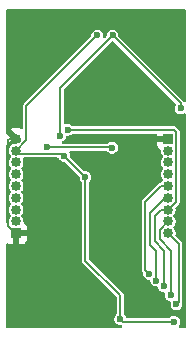
<source format=gbr>
%TF.GenerationSoftware,KiCad,Pcbnew,9.0.2*%
%TF.CreationDate,2025-07-02T09:28:49-04:00*%
%TF.ProjectId,strain-gauge,73747261-696e-42d6-9761-7567652e6b69,rev?*%
%TF.SameCoordinates,Original*%
%TF.FileFunction,Copper,L2,Bot*%
%TF.FilePolarity,Positive*%
%FSLAX46Y46*%
G04 Gerber Fmt 4.6, Leading zero omitted, Abs format (unit mm)*
G04 Created by KiCad (PCBNEW 9.0.2) date 2025-07-02 09:28:49*
%MOMM*%
%LPD*%
G01*
G04 APERTURE LIST*
%TA.AperFunction,ComponentPad*%
%ADD10R,0.850000X0.850000*%
%TD*%
%TA.AperFunction,ComponentPad*%
%ADD11C,0.850000*%
%TD*%
%TA.AperFunction,ViaPad*%
%ADD12C,0.600000*%
%TD*%
%TA.AperFunction,Conductor*%
%ADD13C,0.200000*%
%TD*%
G04 APERTURE END LIST*
D10*
%TO.P,J2,1,Pin_1*%
%TO.N,GND*%
X98500000Y-123750000D03*
D11*
%TO.P,J2,2,Pin_2*%
%TO.N,+5V*%
X98500000Y-124750000D03*
%TO.P,J2,3,Pin_3*%
%TO.N,/ADC/RVS*%
X98500000Y-125750000D03*
%TO.P,J2,4,Pin_4*%
%TO.N,/ADC/SDO-1*%
X98500000Y-126750000D03*
%TO.P,J2,5,Pin_5*%
%TO.N,/ADC/SDO-0*%
X98500000Y-127750000D03*
%TO.P,J2,6,Pin_6*%
%TO.N,/ADC/SCLK*%
X98500000Y-128750000D03*
%TO.P,J2,7,Pin_7*%
%TO.N,/ADC/~{CS}*%
X98500000Y-129750000D03*
%TO.P,J2,8,Pin_8*%
%TO.N,/ADC/SDI*%
X98500000Y-130750000D03*
%TO.P,J2,9,Pin_9*%
%TO.N,/ADC/~{RST}*%
X98500000Y-131750000D03*
%TD*%
D10*
%TO.P,J1,1,Pin_1*%
%TO.N,GND*%
X85625000Y-131750000D03*
D11*
%TO.P,J1,2,Pin_2*%
%TO.N,/Multiplexer/A_IN_N1*%
X85625000Y-130750000D03*
%TO.P,J1,3,Pin_3*%
%TO.N,/Multiplexer/A_IN_P1*%
X85625000Y-129750000D03*
%TO.P,J1,4,Pin_4*%
%TO.N,/Multiplexer/A_IN_N3*%
X85625000Y-128750000D03*
%TO.P,J1,5,Pin_5*%
%TO.N,/Multiplexer/A_IN_P3*%
X85625000Y-127750000D03*
%TO.P,J1,6,Pin_6*%
%TO.N,/Multiplexer/A_IN_N2*%
X85625000Y-126750000D03*
%TO.P,J1,7,Pin_7*%
%TO.N,/Multiplexer/A_IN_P2*%
X85625000Y-125750000D03*
%TO.P,J1,8,Pin_8*%
%TO.N,+3.3V*%
X85625000Y-124750000D03*
%TO.P,J1,9,Pin_9*%
%TO.N,GND*%
X85625000Y-123750000D03*
%TD*%
D12*
%TO.N,GND*%
X98750000Y-115250000D03*
X85050000Y-139000000D03*
X85250000Y-135500000D03*
X88750000Y-139250000D03*
X85250000Y-134000000D03*
X94000000Y-118750000D03*
X89750000Y-128750000D03*
X91000000Y-134500000D03*
X96750000Y-126250000D03*
X98250000Y-122250000D03*
X96750000Y-127750000D03*
X94500000Y-123750000D03*
X99700000Y-119850000D03*
X97000000Y-123750000D03*
X91000000Y-136000000D03*
%TO.N,+3.3V*%
X89684091Y-125184091D03*
X94446464Y-139000000D03*
X91500000Y-127000000D03*
X92500000Y-115000000D03*
X99000000Y-139250000D03*
%TO.N,/ADC/SDI*%
X98750000Y-137000000D03*
%TO.N,/ADC/~{CS}*%
X98150000Y-136250000D03*
X89980000Y-123000000D03*
%TO.N,/ADC/~{RST}*%
X99200000Y-137750000D03*
%TO.N,/ADC/SDO-0*%
X96900000Y-135184313D03*
%TO.N,/ADC/SCLK*%
X97500000Y-135750000D03*
%TO.N,/Counter/SEL1*%
X99550000Y-121150000D03*
X89344999Y-123500000D03*
X93790000Y-115000000D03*
%TO.N,Net-(U3-1D)*%
X93750000Y-124500000D03*
X88250000Y-124474000D03*
%TD*%
D13*
%TO.N,GND*%
X85500000Y-131750000D02*
X85625000Y-131750000D01*
X84899000Y-123874960D02*
X84899000Y-131149000D01*
X84899000Y-131149000D02*
X85500000Y-131750000D01*
X85625000Y-123750000D02*
X85023960Y-123750000D01*
X85023960Y-123750000D02*
X84899000Y-123874960D01*
%TO.N,+3.3V*%
X91500000Y-134053536D02*
X91500000Y-127000000D01*
X94446464Y-137000000D02*
X91500000Y-134053536D01*
X94696464Y-139250000D02*
X99000000Y-139250000D01*
X94446464Y-139000000D02*
X94696464Y-139250000D01*
X91500000Y-127000000D02*
X89524000Y-125024000D01*
X92500000Y-115000000D02*
X86500000Y-121000000D01*
X89524000Y-125024000D02*
X85899000Y-125024000D01*
X86500000Y-121000000D02*
X86500000Y-123875000D01*
X94446464Y-139000000D02*
X94446464Y-137000000D01*
X85899000Y-125024000D02*
X85625000Y-124750000D01*
X86500000Y-123875000D02*
X85625000Y-124750000D01*
%TO.N,/ADC/SDI*%
X98750000Y-133250000D02*
X97774000Y-132274000D01*
X97774000Y-131449280D02*
X98473280Y-130750000D01*
X97774000Y-132274000D02*
X97774000Y-131449280D01*
X98473280Y-130750000D02*
X98500000Y-130750000D01*
X98750000Y-137000000D02*
X98750000Y-133250000D01*
%TO.N,/ADC/~{CS}*%
X97898960Y-129750000D02*
X98500000Y-129750000D01*
X97373000Y-132440100D02*
X97373000Y-130275960D01*
X99176000Y-129074000D02*
X98500000Y-129750000D01*
X99000000Y-123000000D02*
X99176000Y-123176000D01*
X98150000Y-133217100D02*
X97373000Y-132440100D01*
X98150000Y-136250000D02*
X98150000Y-133217100D01*
X99176000Y-123176000D02*
X99176000Y-129074000D01*
X97373000Y-130275960D02*
X97898960Y-129750000D01*
X89980000Y-123000000D02*
X99000000Y-123000000D01*
%TO.N,/ADC/~{RST}*%
X99200000Y-137750000D02*
X99399000Y-137551000D01*
X99399000Y-137551000D02*
X99399000Y-132649000D01*
X99399000Y-132649000D02*
X98500000Y-131750000D01*
%TO.N,/ADC/SDO-0*%
X97898960Y-127750000D02*
X98500000Y-127750000D01*
X96571000Y-129077960D02*
X97898960Y-127750000D01*
X96571000Y-134855313D02*
X96571000Y-129077960D01*
X96900000Y-135184313D02*
X96571000Y-134855313D01*
%TO.N,/ADC/SCLK*%
X97500000Y-135750000D02*
X97500000Y-133250000D01*
X96972000Y-130028000D02*
X98250000Y-128750000D01*
X96972000Y-132722000D02*
X96972000Y-130028000D01*
X98250000Y-128750000D02*
X98500000Y-128750000D01*
X97500000Y-133250000D02*
X96972000Y-132722000D01*
%TO.N,/Counter/SEL1*%
X93790000Y-115000000D02*
X99550000Y-120760000D01*
X99550000Y-120760000D02*
X99550000Y-121150000D01*
X89344999Y-119445001D02*
X89344999Y-123500000D01*
X93790000Y-115000000D02*
X89344999Y-119445001D01*
%TO.N,Net-(U3-1D)*%
X93724000Y-124474000D02*
X93750000Y-124500000D01*
X88250000Y-124474000D02*
X93724000Y-124474000D01*
%TD*%
%TA.AperFunction,Conductor*%
%TO.N,GND*%
G36*
X89182676Y-125344185D02*
G01*
X89223023Y-125386499D01*
X89283591Y-125491405D01*
X89376777Y-125584591D01*
X89490905Y-125650483D01*
X89618199Y-125684591D01*
X89618201Y-125684591D01*
X89708258Y-125684591D01*
X89775297Y-125704276D01*
X89795939Y-125720910D01*
X90963181Y-126888152D01*
X90996666Y-126949475D01*
X90999500Y-126975833D01*
X90999500Y-127065891D01*
X91033608Y-127193187D01*
X91058245Y-127235858D01*
X91099500Y-127307314D01*
X91099502Y-127307316D01*
X91163181Y-127370995D01*
X91196666Y-127432318D01*
X91199500Y-127458676D01*
X91199500Y-134093098D01*
X91213152Y-134144049D01*
X91219979Y-134169526D01*
X91219982Y-134169531D01*
X91259535Y-134238040D01*
X91259541Y-134238048D01*
X94109645Y-137088152D01*
X94143130Y-137149475D01*
X94145964Y-137175833D01*
X94145964Y-138541323D01*
X94126279Y-138608362D01*
X94109646Y-138629004D01*
X94045964Y-138692686D01*
X93980072Y-138806812D01*
X93945964Y-138934108D01*
X93945964Y-139065891D01*
X93980072Y-139193187D01*
X94013018Y-139250250D01*
X94045964Y-139307314D01*
X94139150Y-139400500D01*
X94253278Y-139466392D01*
X94380572Y-139500500D01*
X94380574Y-139500500D01*
X94496117Y-139500500D01*
X94511606Y-139504650D01*
X94525353Y-139503996D01*
X94558118Y-139517114D01*
X94559850Y-139518114D01*
X94608065Y-139568681D01*
X94621287Y-139637289D01*
X94595319Y-139702153D01*
X94538404Y-139742681D01*
X94497849Y-139749500D01*
X84874500Y-139749500D01*
X84807461Y-139729815D01*
X84761706Y-139677011D01*
X84750500Y-139625500D01*
X84750500Y-132710807D01*
X84770185Y-132643768D01*
X84822989Y-132598013D01*
X84892147Y-132588069D01*
X84948814Y-132611542D01*
X84957913Y-132618354D01*
X85092620Y-132668596D01*
X85092627Y-132668598D01*
X85152155Y-132674999D01*
X85152172Y-132675000D01*
X85375000Y-132675000D01*
X85875000Y-132675000D01*
X86097828Y-132675000D01*
X86097844Y-132674999D01*
X86157372Y-132668598D01*
X86157379Y-132668596D01*
X86292086Y-132618354D01*
X86292093Y-132618350D01*
X86407187Y-132532190D01*
X86407190Y-132532187D01*
X86493350Y-132417093D01*
X86493354Y-132417086D01*
X86543596Y-132282379D01*
X86543598Y-132282372D01*
X86549999Y-132222844D01*
X86550000Y-132222827D01*
X86550000Y-132000000D01*
X85875000Y-132000000D01*
X85875000Y-132675000D01*
X85375000Y-132675000D01*
X85375000Y-131874000D01*
X85387761Y-131830538D01*
X85413060Y-131891614D01*
X85483386Y-131961940D01*
X85575272Y-132000000D01*
X85674728Y-132000000D01*
X85766614Y-131961940D01*
X85836940Y-131891614D01*
X85875000Y-131799728D01*
X85875000Y-131700272D01*
X85836940Y-131608386D01*
X85766614Y-131538060D01*
X85700303Y-131510593D01*
X85749000Y-131500000D01*
X86550000Y-131500000D01*
X86550000Y-131277172D01*
X86549999Y-131277155D01*
X86543598Y-131217627D01*
X86543596Y-131217620D01*
X86493354Y-131082913D01*
X86493350Y-131082906D01*
X86407190Y-130967812D01*
X86300188Y-130887709D01*
X86258318Y-130831775D01*
X86250500Y-130788443D01*
X86250500Y-130688393D01*
X86250499Y-130688389D01*
X86226464Y-130567555D01*
X86226463Y-130567548D01*
X86179311Y-130453714D01*
X86179310Y-130453713D01*
X86179307Y-130453707D01*
X86110858Y-130351267D01*
X86110855Y-130351263D01*
X86097273Y-130337681D01*
X86063788Y-130276358D01*
X86068772Y-130206666D01*
X86097273Y-130162319D01*
X86110855Y-130148736D01*
X86110858Y-130148733D01*
X86179311Y-130046286D01*
X86226463Y-129932452D01*
X86250500Y-129811606D01*
X86250500Y-129688394D01*
X86226463Y-129567548D01*
X86179311Y-129453714D01*
X86179310Y-129453713D01*
X86179307Y-129453707D01*
X86110858Y-129351267D01*
X86110855Y-129351263D01*
X86097273Y-129337681D01*
X86063788Y-129276358D01*
X86068772Y-129206666D01*
X86097273Y-129162319D01*
X86110855Y-129148736D01*
X86110858Y-129148733D01*
X86179311Y-129046286D01*
X86226463Y-128932452D01*
X86250500Y-128811606D01*
X86250500Y-128688394D01*
X86226463Y-128567548D01*
X86179311Y-128453714D01*
X86179310Y-128453713D01*
X86179307Y-128453707D01*
X86110858Y-128351267D01*
X86110855Y-128351263D01*
X86097273Y-128337681D01*
X86063788Y-128276358D01*
X86068772Y-128206666D01*
X86097273Y-128162319D01*
X86110855Y-128148736D01*
X86110858Y-128148733D01*
X86179311Y-128046286D01*
X86226463Y-127932452D01*
X86250500Y-127811606D01*
X86250500Y-127688394D01*
X86226463Y-127567548D01*
X86179311Y-127453714D01*
X86179310Y-127453713D01*
X86179307Y-127453707D01*
X86110858Y-127351267D01*
X86110855Y-127351263D01*
X86097273Y-127337681D01*
X86063788Y-127276358D01*
X86068772Y-127206666D01*
X86097273Y-127162319D01*
X86110855Y-127148736D01*
X86110858Y-127148733D01*
X86179311Y-127046286D01*
X86226463Y-126932452D01*
X86250500Y-126811606D01*
X86250500Y-126688394D01*
X86226463Y-126567548D01*
X86179311Y-126453714D01*
X86179310Y-126453713D01*
X86179307Y-126453707D01*
X86110858Y-126351267D01*
X86110855Y-126351263D01*
X86097273Y-126337681D01*
X86063788Y-126276358D01*
X86068772Y-126206666D01*
X86097273Y-126162319D01*
X86110855Y-126148736D01*
X86110858Y-126148733D01*
X86179311Y-126046286D01*
X86226463Y-125932452D01*
X86250500Y-125811606D01*
X86250500Y-125688394D01*
X86226463Y-125567548D01*
X86196806Y-125495952D01*
X86189338Y-125426484D01*
X86220613Y-125364004D01*
X86280702Y-125328352D01*
X86311368Y-125324500D01*
X89115637Y-125324500D01*
X89182676Y-125344185D01*
G37*
%TD.AperFunction*%
%TA.AperFunction,Conductor*%
G36*
X93881206Y-115520185D02*
G01*
X93901848Y-115536819D01*
X99103527Y-120738498D01*
X99137012Y-120799821D01*
X99132028Y-120869513D01*
X99123234Y-120888178D01*
X99083608Y-120956812D01*
X99049500Y-121084108D01*
X99049500Y-121215891D01*
X99083608Y-121343187D01*
X99116554Y-121400250D01*
X99149500Y-121457314D01*
X99242686Y-121550500D01*
X99356814Y-121616392D01*
X99484108Y-121650500D01*
X99484110Y-121650500D01*
X99615890Y-121650500D01*
X99615892Y-121650500D01*
X99743186Y-121616392D01*
X99813500Y-121575795D01*
X99881399Y-121559323D01*
X99947426Y-121582175D01*
X99990617Y-121637096D01*
X99999500Y-121683183D01*
X99999500Y-139625500D01*
X99979815Y-139692539D01*
X99927011Y-139738294D01*
X99875500Y-139749500D01*
X99504315Y-139749500D01*
X99437276Y-139729815D01*
X99391521Y-139677011D01*
X99381577Y-139607853D01*
X99396928Y-139563499D01*
X99400497Y-139557316D01*
X99400500Y-139557314D01*
X99466392Y-139443186D01*
X99500500Y-139315892D01*
X99500500Y-139184108D01*
X99466392Y-139056814D01*
X99400500Y-138942686D01*
X99307314Y-138849500D01*
X99233380Y-138806814D01*
X99193187Y-138783608D01*
X99129539Y-138766554D01*
X99065892Y-138749500D01*
X98934108Y-138749500D01*
X98806812Y-138783608D01*
X98692686Y-138849500D01*
X98692683Y-138849502D01*
X98629005Y-138913181D01*
X98567682Y-138946666D01*
X98541324Y-138949500D01*
X95046237Y-138949500D01*
X94979198Y-138929815D01*
X94933443Y-138877011D01*
X94926462Y-138857594D01*
X94924294Y-138849502D01*
X94912856Y-138806814D01*
X94846964Y-138692686D01*
X94783282Y-138629004D01*
X94749798Y-138567680D01*
X94746964Y-138541323D01*
X94746964Y-136960439D01*
X94746964Y-136960438D01*
X94726485Y-136884011D01*
X94726481Y-136884004D01*
X94686928Y-136815495D01*
X94686922Y-136815487D01*
X91836819Y-133965384D01*
X91803334Y-133904061D01*
X91800500Y-133877703D01*
X91800500Y-127458676D01*
X91820185Y-127391637D01*
X91836819Y-127370995D01*
X91856551Y-127351263D01*
X91900500Y-127307314D01*
X91966392Y-127193186D01*
X92000500Y-127065892D01*
X92000500Y-126934108D01*
X91966392Y-126806814D01*
X91900500Y-126692686D01*
X91807314Y-126599500D01*
X91750250Y-126566554D01*
X91693187Y-126533608D01*
X91629539Y-126516554D01*
X91565892Y-126499500D01*
X91475833Y-126499500D01*
X91408794Y-126479815D01*
X91388152Y-126463181D01*
X90220910Y-125295939D01*
X90187425Y-125234616D01*
X90184591Y-125208258D01*
X90184591Y-125118201D01*
X90184591Y-125118199D01*
X90150483Y-124990905D01*
X90132928Y-124960500D01*
X90116456Y-124892601D01*
X90139308Y-124826573D01*
X90194229Y-124783383D01*
X90240316Y-124774500D01*
X93265324Y-124774500D01*
X93332363Y-124794185D01*
X93353005Y-124810819D01*
X93442686Y-124900500D01*
X93541521Y-124957563D01*
X93546610Y-124960501D01*
X93556814Y-124966392D01*
X93684108Y-125000500D01*
X93684110Y-125000500D01*
X93815890Y-125000500D01*
X93815892Y-125000500D01*
X93943186Y-124966392D01*
X94057314Y-124900500D01*
X94150500Y-124807314D01*
X94216392Y-124693186D01*
X94250500Y-124565892D01*
X94250500Y-124434108D01*
X94216392Y-124306814D01*
X94150500Y-124192686D01*
X94057314Y-124099500D01*
X93988048Y-124059509D01*
X93943187Y-124033608D01*
X93846155Y-124007609D01*
X93815892Y-123999500D01*
X93684108Y-123999500D01*
X93556812Y-124033608D01*
X93442686Y-124099500D01*
X93442683Y-124099502D01*
X93405005Y-124137181D01*
X93343682Y-124170666D01*
X93317324Y-124173500D01*
X89642238Y-124173500D01*
X89575199Y-124153815D01*
X89529444Y-124101011D01*
X89519500Y-124031853D01*
X89548525Y-123968297D01*
X89580237Y-123942113D01*
X89652313Y-123900500D01*
X89745499Y-123807314D01*
X89811391Y-123693186D01*
X89838394Y-123592405D01*
X89874759Y-123532746D01*
X89937606Y-123502217D01*
X89958169Y-123500500D01*
X90045890Y-123500500D01*
X90045892Y-123500500D01*
X90173186Y-123466392D01*
X90287314Y-123400500D01*
X90350995Y-123336819D01*
X90412318Y-123303334D01*
X90438676Y-123300500D01*
X97451000Y-123300500D01*
X97518039Y-123320185D01*
X97563794Y-123372989D01*
X97575000Y-123424500D01*
X97575000Y-123500000D01*
X98250000Y-123500000D01*
X98250000Y-123424500D01*
X98269685Y-123357461D01*
X98322489Y-123311706D01*
X98374000Y-123300500D01*
X98626000Y-123300500D01*
X98693039Y-123320185D01*
X98730959Y-123358473D01*
X98856459Y-123557973D01*
X98858761Y-123566103D01*
X98864294Y-123572489D01*
X98875500Y-123624000D01*
X98875500Y-123876000D01*
X98855815Y-123943039D01*
X98803011Y-123988794D01*
X98751500Y-124000000D01*
X98549728Y-124000000D01*
X98641614Y-123961940D01*
X98711940Y-123891614D01*
X98750000Y-123799728D01*
X98750000Y-123700272D01*
X98711940Y-123608386D01*
X98641614Y-123538060D01*
X98549728Y-123500000D01*
X98450272Y-123500000D01*
X98358386Y-123538060D01*
X98288060Y-123608386D01*
X98250000Y-123700272D01*
X98250000Y-123799728D01*
X98288060Y-123891614D01*
X98358386Y-123961940D01*
X98450272Y-124000000D01*
X97575000Y-124000000D01*
X97575000Y-124222844D01*
X97581401Y-124282372D01*
X97581403Y-124282379D01*
X97631645Y-124417086D01*
X97631649Y-124417093D01*
X97717809Y-124532187D01*
X97717812Y-124532190D01*
X97824811Y-124612290D01*
X97866682Y-124668223D01*
X97874500Y-124711556D01*
X97874500Y-124811610D01*
X97898535Y-124932444D01*
X97898538Y-124932454D01*
X97945687Y-125046283D01*
X97945692Y-125046292D01*
X98014141Y-125148732D01*
X98014144Y-125148736D01*
X98027727Y-125162319D01*
X98061212Y-125223642D01*
X98056228Y-125293334D01*
X98027727Y-125337681D01*
X98014144Y-125351263D01*
X98014141Y-125351267D01*
X97945692Y-125453707D01*
X97945687Y-125453716D01*
X97898538Y-125567545D01*
X97898535Y-125567555D01*
X97874500Y-125688389D01*
X97874500Y-125811610D01*
X97898535Y-125932444D01*
X97898538Y-125932454D01*
X97945687Y-126046283D01*
X97945692Y-126046292D01*
X98014141Y-126148732D01*
X98014144Y-126148736D01*
X98027727Y-126162319D01*
X98061212Y-126223642D01*
X98056228Y-126293334D01*
X98027727Y-126337681D01*
X98014144Y-126351263D01*
X98014141Y-126351267D01*
X97945692Y-126453707D01*
X97945687Y-126453716D01*
X97898538Y-126567545D01*
X97898535Y-126567555D01*
X97874500Y-126688389D01*
X97874500Y-126811610D01*
X97898535Y-126932444D01*
X97898538Y-126932454D01*
X97945687Y-127046283D01*
X97945692Y-127046292D01*
X98014141Y-127148732D01*
X98014144Y-127148736D01*
X98027727Y-127162319D01*
X98028065Y-127162939D01*
X98028683Y-127163285D01*
X98044793Y-127193573D01*
X98061212Y-127223642D01*
X98061161Y-127224347D01*
X98061494Y-127224972D01*
X98058672Y-127259154D01*
X98056228Y-127293334D01*
X98055784Y-127294135D01*
X98055746Y-127294605D01*
X98054266Y-127296879D01*
X98038492Y-127325394D01*
X98033510Y-127331898D01*
X98014142Y-127351267D01*
X97983112Y-127397705D01*
X97980671Y-127400894D01*
X97955579Y-127419251D01*
X97931715Y-127439196D01*
X97926968Y-127440184D01*
X97924282Y-127442150D01*
X97914759Y-127442726D01*
X97882225Y-127449500D01*
X97859398Y-127449500D01*
X97791999Y-127467559D01*
X97782967Y-127469980D01*
X97730108Y-127500499D01*
X97714452Y-127509537D01*
X97714447Y-127509541D01*
X96330541Y-128893447D01*
X96330535Y-128893455D01*
X96290982Y-128961964D01*
X96290979Y-128961969D01*
X96277326Y-129012922D01*
X96270500Y-129038398D01*
X96270500Y-134894875D01*
X96284152Y-134945826D01*
X96290979Y-134971303D01*
X96290980Y-134971304D01*
X96324710Y-135029726D01*
X96330540Y-135039824D01*
X96366724Y-135076008D01*
X96369967Y-135079822D01*
X96382226Y-135107344D01*
X96396666Y-135133788D01*
X96397512Y-135141660D01*
X96398397Y-135143646D01*
X96398002Y-135146218D01*
X96399500Y-135160146D01*
X96399500Y-135250204D01*
X96433608Y-135377500D01*
X96466554Y-135434563D01*
X96499500Y-135491627D01*
X96592686Y-135584813D01*
X96706814Y-135650705D01*
X96834108Y-135684813D01*
X96834110Y-135684813D01*
X96875500Y-135684813D01*
X96942539Y-135704498D01*
X96988294Y-135757302D01*
X96999500Y-135808813D01*
X96999500Y-135815891D01*
X97033608Y-135943187D01*
X97066554Y-136000250D01*
X97099500Y-136057314D01*
X97192686Y-136150500D01*
X97306814Y-136216392D01*
X97434108Y-136250500D01*
X97434110Y-136250500D01*
X97536830Y-136250500D01*
X97603869Y-136270185D01*
X97649624Y-136322989D01*
X97656605Y-136342407D01*
X97683608Y-136443187D01*
X97716554Y-136500250D01*
X97749500Y-136557314D01*
X97842686Y-136650500D01*
X97956814Y-136716392D01*
X98084108Y-136750500D01*
X98084110Y-136750500D01*
X98137098Y-136750500D01*
X98204137Y-136770185D01*
X98249892Y-136822989D01*
X98259836Y-136892147D01*
X98256874Y-136906585D01*
X98249500Y-136934108D01*
X98249500Y-137065892D01*
X98265196Y-137124471D01*
X98283608Y-137193187D01*
X98316554Y-137250250D01*
X98349500Y-137307314D01*
X98442686Y-137400500D01*
X98556814Y-137466392D01*
X98624597Y-137484554D01*
X98684255Y-137520918D01*
X98714785Y-137583764D01*
X98712277Y-137636419D01*
X98699500Y-137684103D01*
X98699500Y-137815891D01*
X98733608Y-137943187D01*
X98766554Y-138000250D01*
X98799500Y-138057314D01*
X98892686Y-138150500D01*
X99006814Y-138216392D01*
X99134108Y-138250500D01*
X99134110Y-138250500D01*
X99265890Y-138250500D01*
X99265892Y-138250500D01*
X99393186Y-138216392D01*
X99507314Y-138150500D01*
X99600500Y-138057314D01*
X99666392Y-137943186D01*
X99700500Y-137815892D01*
X99700500Y-137684108D01*
X99696066Y-137667560D01*
X99696066Y-137603373D01*
X99699500Y-137590562D01*
X99699500Y-132609438D01*
X99679021Y-132533011D01*
X99678545Y-132532187D01*
X99639464Y-132464495D01*
X99639458Y-132464487D01*
X99149317Y-131974346D01*
X99115832Y-131913023D01*
X99115381Y-131862476D01*
X99125500Y-131811606D01*
X99125500Y-131688394D01*
X99101463Y-131567548D01*
X99054311Y-131453714D01*
X99054310Y-131453713D01*
X99054307Y-131453707D01*
X98985858Y-131351267D01*
X98985855Y-131351263D01*
X98972273Y-131337681D01*
X98938788Y-131276358D01*
X98943772Y-131206666D01*
X98972273Y-131162319D01*
X98985855Y-131148736D01*
X98985858Y-131148733D01*
X99054311Y-131046286D01*
X99101463Y-130932452D01*
X99125500Y-130811606D01*
X99125500Y-130688394D01*
X99101463Y-130567548D01*
X99054311Y-130453714D01*
X99054310Y-130453713D01*
X99054307Y-130453707D01*
X98985858Y-130351267D01*
X98985855Y-130351263D01*
X98972273Y-130337681D01*
X98938788Y-130276358D01*
X98943772Y-130206666D01*
X98972273Y-130162319D01*
X98985855Y-130148736D01*
X98985858Y-130148733D01*
X99054311Y-130046286D01*
X99101463Y-129932452D01*
X99125500Y-129811606D01*
X99125500Y-129688394D01*
X99115381Y-129637523D01*
X99121607Y-129567935D01*
X99149312Y-129525657D01*
X99416460Y-129258511D01*
X99421662Y-129249500D01*
X99456021Y-129189989D01*
X99476500Y-129113562D01*
X99476500Y-123136438D01*
X99471021Y-123115989D01*
X99456022Y-123060012D01*
X99416460Y-122991489D01*
X99184511Y-122759540D01*
X99184510Y-122759539D01*
X99184507Y-122759537D01*
X99175065Y-122754086D01*
X99175064Y-122754086D01*
X99115991Y-122719980D01*
X99115990Y-122719979D01*
X99090513Y-122713152D01*
X99039562Y-122699500D01*
X99039560Y-122699500D01*
X90438676Y-122699500D01*
X90371637Y-122679815D01*
X90350995Y-122663181D01*
X90287316Y-122599502D01*
X90287314Y-122599500D01*
X90230250Y-122566554D01*
X90173187Y-122533608D01*
X90109539Y-122516554D01*
X90045892Y-122499500D01*
X89914108Y-122499500D01*
X89801592Y-122529648D01*
X89731742Y-122527985D01*
X89673880Y-122488822D01*
X89646376Y-122424593D01*
X89645499Y-122409873D01*
X89645499Y-119620833D01*
X89665184Y-119553794D01*
X89681813Y-119533157D01*
X93678151Y-115536818D01*
X93705078Y-115522115D01*
X93730897Y-115505523D01*
X93737097Y-115504631D01*
X93739474Y-115503334D01*
X93765832Y-115500500D01*
X93814167Y-115500500D01*
X93881206Y-115520185D01*
G37*
%TD.AperFunction*%
%TA.AperFunction,Conductor*%
G36*
X99942539Y-112770185D02*
G01*
X99988294Y-112822989D01*
X99999500Y-112874500D01*
X99999500Y-120485167D01*
X99979815Y-120552206D01*
X99927011Y-120597961D01*
X99857853Y-120607905D01*
X99794297Y-120578880D01*
X99787819Y-120572848D01*
X94326819Y-115111848D01*
X94293334Y-115050525D01*
X94290500Y-115024167D01*
X94290500Y-114934110D01*
X94290500Y-114934108D01*
X94256392Y-114806814D01*
X94190500Y-114692686D01*
X94097314Y-114599500D01*
X94040250Y-114566554D01*
X93983187Y-114533608D01*
X93919539Y-114516554D01*
X93855892Y-114499500D01*
X93724108Y-114499500D01*
X93596812Y-114533608D01*
X93482686Y-114599500D01*
X93482683Y-114599502D01*
X93389502Y-114692683D01*
X93389500Y-114692686D01*
X93323608Y-114806812D01*
X93289500Y-114934108D01*
X93289500Y-115024166D01*
X93280855Y-115053606D01*
X93274332Y-115083593D01*
X93270577Y-115088608D01*
X93269815Y-115091205D01*
X93253181Y-115111847D01*
X93212181Y-115152847D01*
X93150858Y-115186332D01*
X93081166Y-115181348D01*
X93025233Y-115139476D01*
X93000816Y-115074012D01*
X93000500Y-115065166D01*
X93000500Y-114934110D01*
X93000500Y-114934108D01*
X92966392Y-114806814D01*
X92900500Y-114692686D01*
X92807314Y-114599500D01*
X92750250Y-114566554D01*
X92693187Y-114533608D01*
X92629539Y-114516554D01*
X92565892Y-114499500D01*
X92434108Y-114499500D01*
X92306812Y-114533608D01*
X92192686Y-114599500D01*
X92192683Y-114599502D01*
X92099502Y-114692683D01*
X92099500Y-114692686D01*
X92033608Y-114806812D01*
X91999500Y-114934108D01*
X91999500Y-115024166D01*
X91979815Y-115091205D01*
X91963181Y-115111847D01*
X86315489Y-120759540D01*
X86259541Y-120815487D01*
X86259535Y-120815495D01*
X86219982Y-120884004D01*
X86219979Y-120884009D01*
X86199500Y-120960439D01*
X86199500Y-122801172D01*
X86179815Y-122868211D01*
X86127011Y-122913966D01*
X86057853Y-122923910D01*
X86028048Y-122915734D01*
X85894808Y-122860546D01*
X85894805Y-122860545D01*
X85716109Y-122825000D01*
X85533890Y-122825000D01*
X85355194Y-122860545D01*
X85355186Y-122860547D01*
X85186848Y-122930274D01*
X85170050Y-122941498D01*
X85766613Y-123538059D01*
X85674728Y-123500000D01*
X85575272Y-123500000D01*
X85483386Y-123538060D01*
X85413060Y-123608386D01*
X85375000Y-123700272D01*
X85375000Y-123799728D01*
X85413060Y-123891614D01*
X85483386Y-123961940D01*
X85575272Y-124000000D01*
X85674728Y-124000000D01*
X85766614Y-123961940D01*
X85836940Y-123891614D01*
X85875000Y-123799728D01*
X85875000Y-123700272D01*
X85836940Y-123608386D01*
X86001610Y-123773056D01*
X86005948Y-123781001D01*
X86013196Y-123786427D01*
X86022430Y-123811186D01*
X86035095Y-123834379D01*
X86034449Y-123843408D01*
X86037613Y-123851891D01*
X86031996Y-123877711D01*
X86030111Y-123904071D01*
X86024292Y-123913125D01*
X86022761Y-123920164D01*
X86001611Y-123948417D01*
X85918175Y-124031853D01*
X85849346Y-124100682D01*
X85788023Y-124134166D01*
X85737475Y-124134618D01*
X85686599Y-124124498D01*
X85685647Y-124124405D01*
X85685181Y-124124216D01*
X85680632Y-124123312D01*
X85680803Y-124122448D01*
X85634021Y-124103553D01*
X85612637Y-124103553D01*
X85578544Y-124122169D01*
X85564354Y-124124405D01*
X85563392Y-124124499D01*
X85442555Y-124148535D01*
X85442545Y-124148538D01*
X85328716Y-124195687D01*
X85328707Y-124195692D01*
X85226267Y-124264141D01*
X85226263Y-124264144D01*
X85139144Y-124351263D01*
X85139141Y-124351267D01*
X85070692Y-124453707D01*
X85070687Y-124453716D01*
X85023538Y-124567545D01*
X85023535Y-124567555D01*
X84999500Y-124688389D01*
X84999500Y-124811610D01*
X85023535Y-124932444D01*
X85023538Y-124932454D01*
X85070687Y-125046283D01*
X85070692Y-125046292D01*
X85139141Y-125148732D01*
X85139144Y-125148736D01*
X85152727Y-125162319D01*
X85186212Y-125223642D01*
X85181228Y-125293334D01*
X85152727Y-125337681D01*
X85139144Y-125351263D01*
X85139141Y-125351267D01*
X85070692Y-125453707D01*
X85070687Y-125453716D01*
X85023538Y-125567545D01*
X85023535Y-125567555D01*
X84999500Y-125688389D01*
X84999500Y-125811610D01*
X85023535Y-125932444D01*
X85023538Y-125932454D01*
X85070687Y-126046283D01*
X85070692Y-126046292D01*
X85139141Y-126148732D01*
X85139144Y-126148736D01*
X85152727Y-126162319D01*
X85186212Y-126223642D01*
X85181228Y-126293334D01*
X85152727Y-126337681D01*
X85139144Y-126351263D01*
X85139141Y-126351267D01*
X85070692Y-126453707D01*
X85070687Y-126453716D01*
X85023538Y-126567545D01*
X85023535Y-126567555D01*
X84999500Y-126688389D01*
X84999500Y-126811610D01*
X85023535Y-126932444D01*
X85023538Y-126932454D01*
X85070687Y-127046283D01*
X85070692Y-127046292D01*
X85139141Y-127148732D01*
X85139144Y-127148736D01*
X85152727Y-127162319D01*
X85186212Y-127223642D01*
X85181228Y-127293334D01*
X85152727Y-127337681D01*
X85139144Y-127351263D01*
X85139141Y-127351267D01*
X85070692Y-127453707D01*
X85070687Y-127453716D01*
X85023538Y-127567545D01*
X85023535Y-127567555D01*
X84999500Y-127688389D01*
X84999500Y-127811610D01*
X85023535Y-127932444D01*
X85023538Y-127932454D01*
X85070687Y-128046283D01*
X85070692Y-128046292D01*
X85139141Y-128148732D01*
X85139144Y-128148736D01*
X85152727Y-128162319D01*
X85186212Y-128223642D01*
X85181228Y-128293334D01*
X85152727Y-128337681D01*
X85139144Y-128351263D01*
X85139141Y-128351267D01*
X85070692Y-128453707D01*
X85070687Y-128453716D01*
X85023538Y-128567545D01*
X85023535Y-128567555D01*
X84999500Y-128688389D01*
X84999500Y-128811610D01*
X85023535Y-128932444D01*
X85023538Y-128932454D01*
X85070687Y-129046283D01*
X85070692Y-129046292D01*
X85139141Y-129148732D01*
X85139144Y-129148736D01*
X85152727Y-129162319D01*
X85186212Y-129223642D01*
X85181228Y-129293334D01*
X85152727Y-129337681D01*
X85139144Y-129351263D01*
X85139141Y-129351267D01*
X85070692Y-129453707D01*
X85070687Y-129453716D01*
X85023538Y-129567545D01*
X85023535Y-129567555D01*
X84999500Y-129688389D01*
X84999500Y-129811610D01*
X85023535Y-129932444D01*
X85023538Y-129932454D01*
X85070687Y-130046283D01*
X85070692Y-130046292D01*
X85139141Y-130148732D01*
X85139144Y-130148736D01*
X85152727Y-130162319D01*
X85186212Y-130223642D01*
X85181228Y-130293334D01*
X85152727Y-130337681D01*
X85139144Y-130351263D01*
X85139141Y-130351267D01*
X85070692Y-130453707D01*
X85070687Y-130453716D01*
X85023538Y-130567545D01*
X85023535Y-130567555D01*
X84999500Y-130688389D01*
X84999500Y-130788443D01*
X84998217Y-130792810D01*
X84999186Y-130797257D01*
X84988463Y-130826028D01*
X84979815Y-130855482D01*
X84975932Y-130859653D01*
X84974787Y-130862727D01*
X84949836Y-130887691D01*
X84948836Y-130888440D01*
X84883379Y-130912874D01*
X84815102Y-130898040D01*
X84765683Y-130848647D01*
X84750500Y-130789192D01*
X84750500Y-124322308D01*
X84770185Y-124255269D01*
X84786819Y-124234627D01*
X85271446Y-123750000D01*
X85271446Y-123749999D01*
X84786819Y-123265371D01*
X84753334Y-123204048D01*
X84750500Y-123177690D01*
X84750500Y-112874500D01*
X84770185Y-112807461D01*
X84822989Y-112761706D01*
X84874500Y-112750500D01*
X99875500Y-112750500D01*
X99942539Y-112770185D01*
G37*
%TD.AperFunction*%
%TD*%
M02*

</source>
